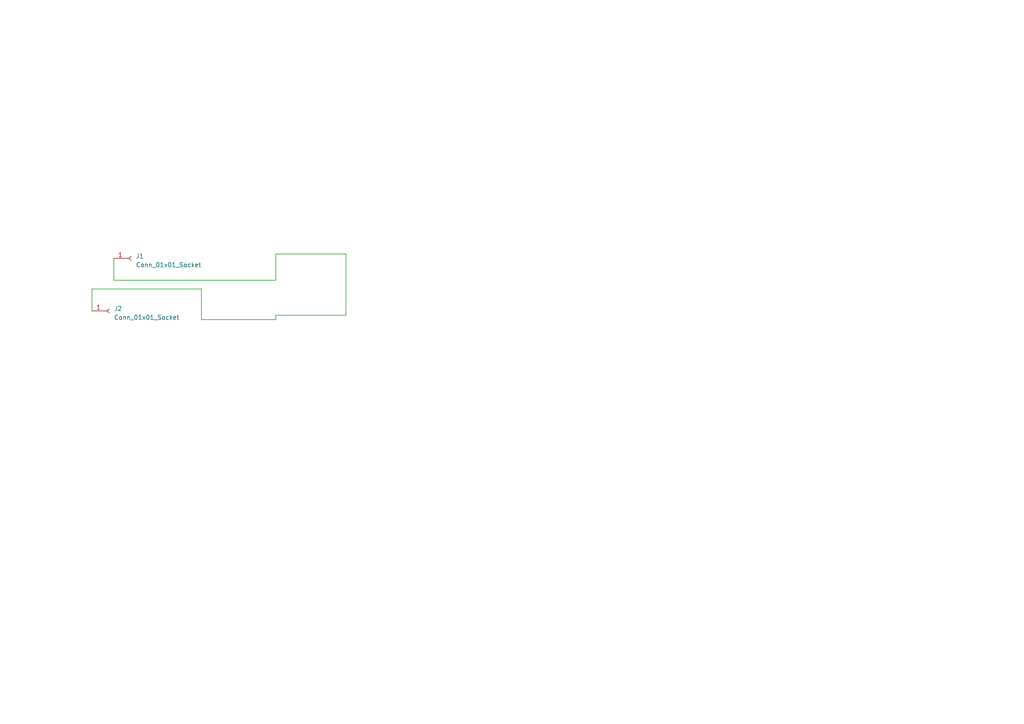
<source format=kicad_sch>
(kicad_sch (version 20230121) (generator eeschema)
  (paper "A4")
  (lib_symbols
    (symbol "Connector:Conn_01x01_Socket" (pin_names (offset 1.016) hide)
      (property "Reference" "J" (at 0 2.54 0))
      (property "Value" "Conn_01x01_Socket" (at 0 -2.54 0))
      (symbol "Conn_01x01_Socket_1_1"
        (polyline (pts (xy -1.27 0) (xy -0.508 0)) (stroke (width 0.1524)))
        (arc (start 0 0.508) (mid -0.5058 0) (end 0 -0.508) (stroke (width 0.1524)))
        (pin passive line (at -5.08 0 0) (length 3.81) (name "Pin_1") (number "1"))
      )
    )
  )
  (wire (pts (xy 33.02 81.28) (xy 80.01 81.28)))
  (wire (pts (xy 33.02 81.28) (xy 33.02 74.93)))
  (wire (pts (xy 80.01 91.44) (xy 100.33 91.44)))
  (wire (pts (xy 26.67 83.82) (xy 26.67 90.17)))
  (wire (pts (xy 58.42 83.82) (xy 26.67 83.82)))
  (wire (pts (xy 80.01 73.66) (xy 100.33 73.66)))
  (wire (pts (xy 58.42 92.71) (xy 58.42 83.82)))
  (wire (pts (xy 58.42 92.71) (xy 80.01 92.71)))
  (wire (pts (xy 100.33 73.66) (xy 100.33 91.44)))
  (wire (pts (xy 80.01 92.71) (xy 80.01 91.44)))
  (wire (pts (xy 80.01 81.28) (xy 80.01 73.66)))
  (symbol (lib_id "Connector:Conn_01x01_Socket") (at 31.75 90.17 0) (unit 1)
    (property "Reference" "J2" (at 33.02 89.535 0) (effects (justify left)))
    (property "Value" "Conn_01x01_Socket" (at 33.02 92.075 0) (effects (justify left)))
    (property "Footprint" "Library:SolderWirePad_1x01_SMD_5x10mm_custom" (effects hide))
  )
  (symbol (lib_id "Connector:Conn_01x01_Socket") (at 38.1 74.93 0) (unit 1)
    (property "Reference" "J1" (at 39.37 74.295 0) (effects (justify left)))
    (property "Value" "Conn_01x01_Socket" (at 39.37 76.835 0) (effects (justify left)))
    (property "Footprint" "Library:SolderWirePad_1x01_SMD_5x10mm_custom" (effects hide))
  )
)
</source>
